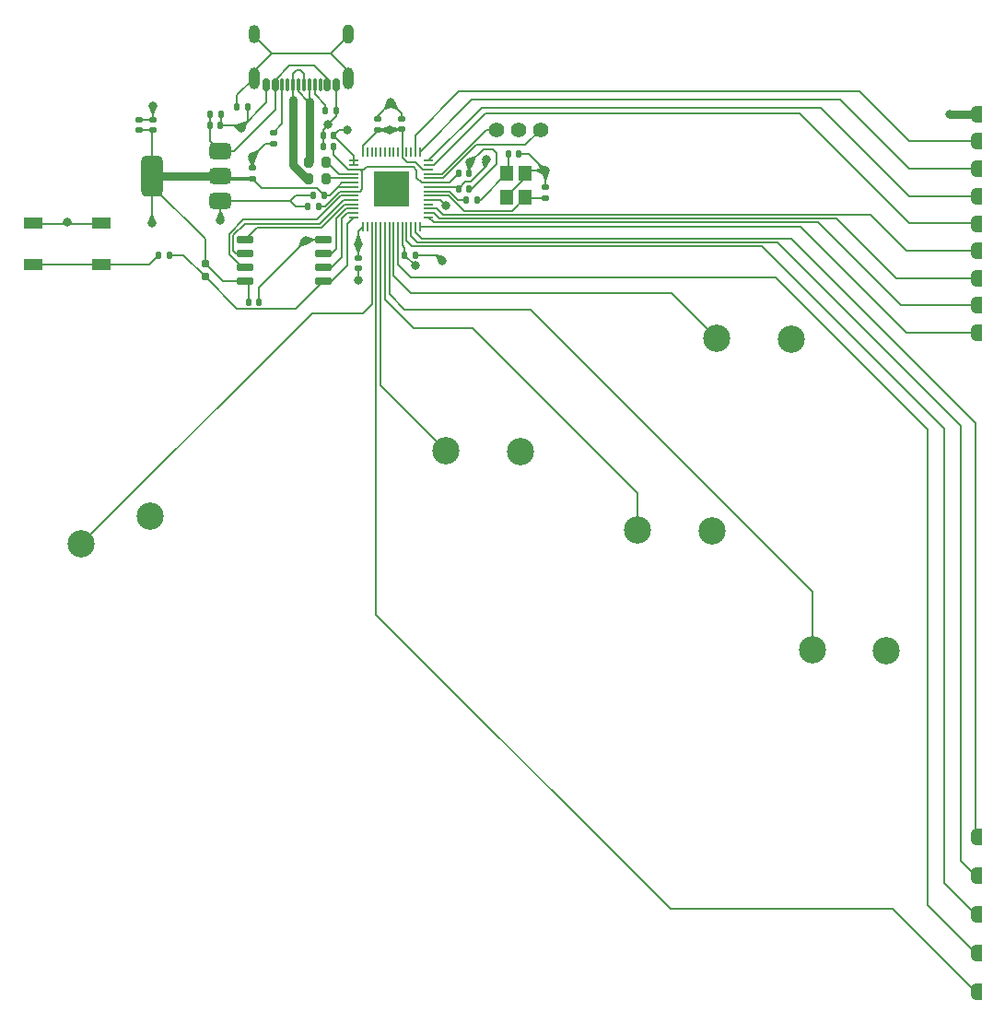
<source format=gbr>
%TF.GenerationSoftware,KiCad,Pcbnew,8.0.4*%
%TF.CreationDate,2024-07-23T18:00:38-07:00*%
%TF.ProjectId,2board_a,32626f61-7264-45f6-912e-6b696361645f,rev?*%
%TF.SameCoordinates,Original*%
%TF.FileFunction,Copper,L1,Top*%
%TF.FilePolarity,Positive*%
%FSLAX46Y46*%
G04 Gerber Fmt 4.6, Leading zero omitted, Abs format (unit mm)*
G04 Created by KiCad (PCBNEW 8.0.4) date 2024-07-23 18:00:38*
%MOMM*%
%LPD*%
G01*
G04 APERTURE LIST*
G04 Aperture macros list*
%AMRoundRect*
0 Rectangle with rounded corners*
0 $1 Rounding radius*
0 $2 $3 $4 $5 $6 $7 $8 $9 X,Y pos of 4 corners*
0 Add a 4 corners polygon primitive as box body*
4,1,4,$2,$3,$4,$5,$6,$7,$8,$9,$2,$3,0*
0 Add four circle primitives for the rounded corners*
1,1,$1+$1,$2,$3*
1,1,$1+$1,$4,$5*
1,1,$1+$1,$6,$7*
1,1,$1+$1,$8,$9*
0 Add four rect primitives between the rounded corners*
20,1,$1+$1,$2,$3,$4,$5,0*
20,1,$1+$1,$4,$5,$6,$7,0*
20,1,$1+$1,$6,$7,$8,$9,0*
20,1,$1+$1,$8,$9,$2,$3,0*%
%AMFreePoly0*
4,1,19,0.500000,-0.750000,0.000000,-0.750000,0.000000,-0.744911,-0.071157,-0.744911,-0.207708,-0.704816,-0.327430,-0.627875,-0.420627,-0.520320,-0.479746,-0.390866,-0.500000,-0.250000,-0.500000,0.250000,-0.479746,0.390866,-0.420627,0.520320,-0.327430,0.627875,-0.207708,0.704816,-0.071157,0.744911,0.000000,0.744911,0.000000,0.750000,0.500000,0.750000,0.500000,-0.750000,0.500000,-0.750000,
$1*%
G04 Aperture macros list end*
%TA.AperFunction,SMDPad,CuDef*%
%ADD10FreePoly0,0.000000*%
%TD*%
%TA.AperFunction,ComponentPad*%
%ADD11C,0.600000*%
%TD*%
%TA.AperFunction,SMDPad,CuDef*%
%ADD12RoundRect,0.140000X-0.170000X0.140000X-0.170000X-0.140000X0.170000X-0.140000X0.170000X0.140000X0*%
%TD*%
%TA.AperFunction,SMDPad,CuDef*%
%ADD13R,1.200000X1.400000*%
%TD*%
%TA.AperFunction,SMDPad,CuDef*%
%ADD14R,1.700000X1.000000*%
%TD*%
%TA.AperFunction,SMDPad,CuDef*%
%ADD15RoundRect,0.135000X-0.185000X0.135000X-0.185000X-0.135000X0.185000X-0.135000X0.185000X0.135000X0*%
%TD*%
%TA.AperFunction,SMDPad,CuDef*%
%ADD16RoundRect,0.140000X-0.140000X-0.170000X0.140000X-0.170000X0.140000X0.170000X-0.140000X0.170000X0*%
%TD*%
%TA.AperFunction,SMDPad,CuDef*%
%ADD17RoundRect,0.150000X0.650000X0.150000X-0.650000X0.150000X-0.650000X-0.150000X0.650000X-0.150000X0*%
%TD*%
%TA.AperFunction,SMDPad,CuDef*%
%ADD18RoundRect,0.140000X0.140000X0.170000X-0.140000X0.170000X-0.140000X-0.170000X0.140000X-0.170000X0*%
%TD*%
%TA.AperFunction,SMDPad,CuDef*%
%ADD19RoundRect,0.140000X0.170000X-0.140000X0.170000X0.140000X-0.170000X0.140000X-0.170000X-0.140000X0*%
%TD*%
%TA.AperFunction,ComponentPad*%
%ADD20C,2.500000*%
%TD*%
%TA.AperFunction,SMDPad,CuDef*%
%ADD21RoundRect,0.135000X-0.135000X-0.185000X0.135000X-0.185000X0.135000X0.185000X-0.135000X0.185000X0*%
%TD*%
%TA.AperFunction,SMDPad,CuDef*%
%ADD22RoundRect,0.150000X0.150000X0.420000X-0.150000X0.420000X-0.150000X-0.420000X0.150000X-0.420000X0*%
%TD*%
%TA.AperFunction,SMDPad,CuDef*%
%ADD23RoundRect,0.075000X0.075000X0.495000X-0.075000X0.495000X-0.075000X-0.495000X0.075000X-0.495000X0*%
%TD*%
%TA.AperFunction,ComponentPad*%
%ADD24O,1.000000X2.000000*%
%TD*%
%TA.AperFunction,ComponentPad*%
%ADD25O,1.000000X1.800000*%
%TD*%
%TA.AperFunction,ComponentPad*%
%ADD26O,1.000000X1.700000*%
%TD*%
%TA.AperFunction,SMDPad,CuDef*%
%ADD27RoundRect,0.135000X0.135000X0.185000X-0.135000X0.185000X-0.135000X-0.185000X0.135000X-0.185000X0*%
%TD*%
%TA.AperFunction,SMDPad,CuDef*%
%ADD28RoundRect,0.200000X-0.200000X-0.275000X0.200000X-0.275000X0.200000X0.275000X-0.200000X0.275000X0*%
%TD*%
%TA.AperFunction,SMDPad,CuDef*%
%ADD29RoundRect,0.160000X-0.160000X0.197500X-0.160000X-0.197500X0.160000X-0.197500X0.160000X0.197500X0*%
%TD*%
%TA.AperFunction,SMDPad,CuDef*%
%ADD30RoundRect,0.050000X0.050000X-0.387500X0.050000X0.387500X-0.050000X0.387500X-0.050000X-0.387500X0*%
%TD*%
%TA.AperFunction,SMDPad,CuDef*%
%ADD31RoundRect,0.050000X0.387500X-0.050000X0.387500X0.050000X-0.387500X0.050000X-0.387500X-0.050000X0*%
%TD*%
%TA.AperFunction,HeatsinkPad*%
%ADD32R,3.200000X3.200000*%
%TD*%
%TA.AperFunction,SMDPad,CuDef*%
%ADD33RoundRect,0.375000X0.625000X0.375000X-0.625000X0.375000X-0.625000X-0.375000X0.625000X-0.375000X0*%
%TD*%
%TA.AperFunction,SMDPad,CuDef*%
%ADD34RoundRect,0.500000X0.500000X1.400000X-0.500000X1.400000X-0.500000X-1.400000X0.500000X-1.400000X0*%
%TD*%
%TA.AperFunction,ComponentPad*%
%ADD35C,1.400000*%
%TD*%
%TA.AperFunction,ViaPad*%
%ADD36C,0.800000*%
%TD*%
%TA.AperFunction,Conductor*%
%ADD37C,0.200000*%
%TD*%
%TA.AperFunction,Conductor*%
%ADD38C,0.800000*%
%TD*%
%TA.AperFunction,Conductor*%
%ADD39C,0.150000*%
%TD*%
%TA.AperFunction,Conductor*%
%ADD40C,0.300000*%
%TD*%
G04 APERTURE END LIST*
D10*
%TO.P,JP11,1,A*%
%TO.N,/Main/R2*%
X195420000Y-99930000D03*
%TD*%
D11*
%TO.P,,57,GND*%
%TO.N,GND*%
X140700000Y-36840000D03*
%TD*%
D12*
%TO.P,C3,1*%
%TO.N,GND*%
X155852000Y-36728000D03*
%TO.P,C3,2*%
%TO.N,/Main/XIN*%
X155852000Y-37688000D03*
%TD*%
D10*
%TO.P,JP14,1,A*%
%TO.N,/Main/SPACE*%
X195420000Y-110580000D03*
%TD*%
D13*
%TO.P,Y1,1,1*%
%TO.N,/Main/XIN*%
X153996000Y-37630000D03*
%TO.P,Y1,2,2*%
%TO.N,GND*%
X153996000Y-35430000D03*
%TO.P,Y1,3,3*%
%TO.N,Net-(C4-Pad2)*%
X152296000Y-35430000D03*
%TO.P,Y1,4,4*%
%TO.N,GND*%
X152296000Y-37630000D03*
%TD*%
D14*
%TO.P,SW1,1,1*%
%TO.N,GND*%
X108755000Y-40030000D03*
X115055000Y-40030000D03*
%TO.P,SW1,2,2*%
%TO.N,Net-(R5-Pad1)*%
X108755000Y-43830000D03*
X115055000Y-43830000D03*
%TD*%
D12*
%TO.P,C12,1*%
%TO.N,+3.3V*%
X138630000Y-43200000D03*
%TO.P,C12,2*%
%TO.N,GND*%
X138630000Y-44160000D03*
%TD*%
D15*
%TO.P,R2,1*%
%TO.N,Net-(J1-CC2)*%
X130822000Y-31668000D03*
%TO.P,R2,2*%
%TO.N,GND*%
X130822000Y-32688000D03*
%TD*%
D11*
%TO.P,,57,GND*%
%TO.N,GND*%
X141716000Y-37856000D03*
%TD*%
D16*
%TO.P,C2,1*%
%TO.N,VBUS*%
X125020000Y-31000000D03*
%TO.P,C2,2*%
%TO.N,GND*%
X125980000Y-31000000D03*
%TD*%
%TO.P,C8,1*%
%TO.N,+1V1*%
X147840000Y-35430000D03*
%TO.P,C8,2*%
%TO.N,GND*%
X148800000Y-35430000D03*
%TD*%
D10*
%TO.P,JP2,1,A*%
%TO.N,/Main/S2*%
X195420000Y-32500000D03*
%TD*%
D11*
%TO.P,,57,GND*%
%TO.N,GND*%
X140700000Y-35824000D03*
%TD*%
D17*
%TO.P,U3,1,~{CS}*%
%TO.N,/Main/QSPI_SS*%
X135410000Y-45349000D03*
%TO.P,U3,2,DO(IO1)*%
%TO.N,/Main/QSPI_SD1*%
X135410000Y-44079000D03*
%TO.P,U3,3,IO2*%
%TO.N,/Main/QSPI_SD2*%
X135410000Y-42809000D03*
%TO.P,U3,4,GND*%
%TO.N,GND*%
X135410000Y-41539000D03*
%TO.P,U3,5,DI(IO0)*%
%TO.N,/Main/QSPI_SD0*%
X128210000Y-41539000D03*
%TO.P,U3,6,CLK*%
%TO.N,/Main/QSPI_SCLK*%
X128210000Y-42809000D03*
%TO.P,U3,7,IO3*%
%TO.N,/Main/QSPI_SD3*%
X128210000Y-44079000D03*
%TO.P,U3,8,VCC*%
%TO.N,+3.3V*%
X128210000Y-45349000D03*
%TD*%
D11*
%TO.P,,57,GND*%
%TO.N,GND*%
X142732000Y-36840000D03*
%TD*%
D10*
%TO.P,JP12,1,A*%
%TO.N,/Main/B2*%
X195420000Y-103480000D03*
%TD*%
D18*
%TO.P,C10,1*%
%TO.N,+3.3V*%
X135478750Y-37430000D03*
%TO.P,C10,2*%
%TO.N,GND*%
X134518750Y-37430000D03*
%TD*%
D19*
%TO.P,C11,1*%
%TO.N,+3.3V*%
X128880000Y-35910000D03*
%TO.P,C11,2*%
%TO.N,GND*%
X128880000Y-34950000D03*
%TD*%
D10*
%TO.P,JP3,1,A*%
%TO.N,/Main/S1*%
X195420000Y-35000000D03*
%TD*%
D20*
%TO.P,SW8_DP1,1,1*%
%TO.N,L2*%
X113190000Y-69451696D03*
%TO.P,SW8_DP1,2,2*%
%TO.N,GND*%
X119540000Y-66911696D03*
%TD*%
D11*
%TO.P,,57,GND*%
%TO.N,GND*%
X142732000Y-35824000D03*
%TD*%
D18*
%TO.P,C7,1*%
%TO.N,+3.3V*%
X136360000Y-31930000D03*
%TO.P,C7,2*%
%TO.N,GND*%
X135400000Y-31930000D03*
%TD*%
D20*
%TO.P,SW20_RIGHT1,1,1*%
%TO.N,RIGHT*%
X180355978Y-79195322D03*
%TO.P,SW20_RIGHT1,2,2*%
%TO.N,GND*%
X187194629Y-79278708D03*
%TD*%
D21*
%TO.P,R5,1*%
%TO.N,Net-(R5-Pad1)*%
X120251000Y-42936000D03*
%TO.P,R5,2*%
%TO.N,/Main/QSPI_SS*%
X121271000Y-42936000D03*
%TD*%
D16*
%TO.P,C14,1*%
%TO.N,+3.3V*%
X147840000Y-36840000D03*
%TO.P,C14,2*%
%TO.N,GND*%
X148800000Y-36840000D03*
%TD*%
D10*
%TO.P,JP8,1,A*%
%TO.N,/Main/B4*%
X195420000Y-47550000D03*
%TD*%
D21*
%TO.P,R1,1*%
%TO.N,Net-(J1-SHIELD)*%
X127490000Y-29347000D03*
%TO.P,R1,2*%
%TO.N,GND*%
X128510000Y-29347000D03*
%TD*%
D20*
%TO.P,SW19_LEFT1,1,1*%
%TO.N,LEFT*%
X146686902Y-60919565D03*
%TO.P,SW19_LEFT1,2,2*%
%TO.N,GND*%
X153525553Y-61002951D03*
%TD*%
D22*
%TO.P,J1,A1,GND*%
%TO.N,GND*%
X136580000Y-27315000D03*
%TO.P,J1,A4,VBUS*%
%TO.N,VBUS*%
X135780000Y-27315000D03*
D23*
%TO.P,J1,A5,CC1*%
%TO.N,Net-(J1-CC1)*%
X134630000Y-27315000D03*
%TO.P,J1,A6,D+*%
%TO.N,/Main/D+*%
X133630000Y-27315000D03*
%TO.P,J1,A7,D-*%
%TO.N,/Main/D-*%
X133130000Y-27315000D03*
%TO.P,J1,A8,SBU1*%
%TO.N,unconnected-(J1-SBU1-PadA8)*%
X132130000Y-27315000D03*
D22*
%TO.P,J1,A9,VBUS*%
%TO.N,VBUS*%
X130980000Y-27315000D03*
%TO.P,J1,A12,GND*%
%TO.N,GND*%
X130180000Y-27315000D03*
%TO.P,J1,B1,GND*%
X130180000Y-27315000D03*
%TO.P,J1,B4,VBUS*%
%TO.N,VBUS*%
X130980000Y-27315000D03*
D23*
%TO.P,J1,B5,CC2*%
%TO.N,Net-(J1-CC2)*%
X131630000Y-27315000D03*
%TO.P,J1,B6,D+*%
%TO.N,/Main/D+*%
X132630000Y-27315000D03*
%TO.P,J1,B7,D-*%
%TO.N,/Main/D-*%
X134130000Y-27315000D03*
%TO.P,J1,B8,SBU2*%
%TO.N,unconnected-(J1-SBU2-PadB8)*%
X135130000Y-27315000D03*
D22*
%TO.P,J1,B9,VBUS*%
%TO.N,VBUS*%
X135780000Y-27315000D03*
%TO.P,J1,B12,GND*%
%TO.N,GND*%
X136580000Y-27315000D03*
D24*
%TO.P,J1,S1,SHIELD*%
%TO.N,Net-(J1-SHIELD)*%
X137700000Y-26745000D03*
D25*
X137700000Y-22605000D03*
D24*
X129060000Y-26745000D03*
D26*
X129060000Y-22605000D03*
%TD*%
D11*
%TO.P,,57,GND*%
%TO.N,GND*%
X142732000Y-37856000D03*
%TD*%
%TO.P,,57,GND*%
%TO.N,GND*%
X141716000Y-35824000D03*
%TD*%
%TO.P,,57,GND*%
%TO.N,GND*%
X141716000Y-36840000D03*
%TD*%
D27*
%TO.P,R4,1*%
%TO.N,Net-(C4-Pad2)*%
X149590000Y-37856000D03*
%TO.P,R4,2*%
%TO.N,/Main/XOUT*%
X148570000Y-37856000D03*
%TD*%
D28*
%TO.P,R7,1*%
%TO.N,/Main/D-*%
X134055000Y-34430000D03*
%TO.P,R7,2*%
%TO.N,Net-(U1-USB_DM)*%
X135705000Y-34430000D03*
%TD*%
D10*
%TO.P,JP10,1,A*%
%TO.N,/Main/B3*%
X195420000Y-96380000D03*
%TD*%
D20*
%TO.P,SW18_DOWN1,1,1*%
%TO.N,DOWN*%
X164286807Y-68209684D03*
%TO.P,SW18_DOWN1,2,2*%
%TO.N,GND*%
X171125458Y-68293070D03*
%TD*%
D29*
%TO.P,R6,1*%
%TO.N,+3.3V*%
X124571000Y-43735500D03*
%TO.P,R6,2*%
%TO.N,/Main/QSPI_SS*%
X124571000Y-44930500D03*
%TD*%
D10*
%TO.P,JP4,1,A*%
%TO.N,/Main/A1*%
X195420000Y-37550000D03*
%TD*%
D28*
%TO.P,R8,1*%
%TO.N,/Main/D+*%
X134055000Y-35930000D03*
%TO.P,R8,2*%
%TO.N,Net-(U1-USB_DP)*%
X135705000Y-35930000D03*
%TD*%
D18*
%TO.P,C6,1*%
%TO.N,+1V1*%
X136360000Y-32930000D03*
%TO.P,C6,2*%
%TO.N,GND*%
X135400000Y-32930000D03*
%TD*%
D30*
%TO.P,U1,1,IOVDD*%
%TO.N,+3.3V*%
X139078000Y-40315500D03*
%TO.P,U1,2,GPIO0*%
%TO.N,unconnected-(U1-GPIO0-Pad2)*%
X139478000Y-40315500D03*
%TO.P,U1,3,GPIO1*%
%TO.N,L2*%
X139878000Y-40315500D03*
%TO.P,U1,4,GPIO2*%
%TO.N,/Main/SPACE*%
X140278000Y-40315500D03*
%TO.P,U1,5,GPIO3*%
%TO.N,LEFT*%
X140678000Y-40315500D03*
%TO.P,U1,6,GPIO4*%
%TO.N,DOWN*%
X141078000Y-40315500D03*
%TO.P,U1,7,GPIO5*%
%TO.N,RIGHT*%
X141478000Y-40315500D03*
%TO.P,U1,8,GPIO6*%
%TO.N,W*%
X141878000Y-40315500D03*
%TO.P,U1,9,GPIO7*%
%TO.N,/Main/B1*%
X142278000Y-40315500D03*
%TO.P,U1,10,IOVDD*%
%TO.N,+3.3V*%
X142678000Y-40315500D03*
%TO.P,U1,11,GPIO8*%
%TO.N,/Main/B2*%
X143078000Y-40315500D03*
%TO.P,U1,12,GPIO9*%
%TO.N,/Main/R2*%
X143478000Y-40315500D03*
%TO.P,U1,13,GPIO10*%
%TO.N,/Main/B3*%
X143878000Y-40315500D03*
%TO.P,U1,14,GPIO11*%
%TO.N,/Main/L3*%
X144278000Y-40315500D03*
D31*
%TO.P,U1,15,GPIO12*%
%TO.N,/Main/B4*%
X145115500Y-39478000D03*
%TO.P,U1,16,GPIO13*%
%TO.N,/Main/R1*%
X145115500Y-39078000D03*
%TO.P,U1,17,GPIO14*%
%TO.N,/Main/L1*%
X145115500Y-38678000D03*
%TO.P,U1,18,GPIO15*%
%TO.N,unconnected-(U1-GPIO15-Pad18)*%
X145115500Y-38278000D03*
%TO.P,U1,19,TESTEN*%
%TO.N,GND*%
X145115500Y-37878000D03*
%TO.P,U1,20,XIN*%
%TO.N,/Main/XIN*%
X145115500Y-37478000D03*
%TO.P,U1,21,XOUT*%
%TO.N,/Main/XOUT*%
X145115500Y-37078000D03*
%TO.P,U1,22,IOVDD*%
%TO.N,+3.3V*%
X145115500Y-36678000D03*
%TO.P,U1,23,DVDD*%
%TO.N,+1V1*%
X145115500Y-36278000D03*
%TO.P,U1,24,SWCLK*%
%TO.N,/Main/SWCLK*%
X145115500Y-35878000D03*
%TO.P,U1,25,SWD*%
%TO.N,/Main/SWDIO*%
X145115500Y-35478000D03*
%TO.P,U1,26,RUN*%
%TO.N,+3.3V*%
X145115500Y-35078000D03*
%TO.P,U1,27,GPIO16*%
%TO.N,/Main/A2*%
X145115500Y-34678000D03*
%TO.P,U1,28,GPIO17*%
%TO.N,/Main/A1*%
X145115500Y-34278000D03*
D30*
%TO.P,U1,29,GPIO18*%
%TO.N,/Main/S1*%
X144278000Y-33440500D03*
%TO.P,U1,30,GPIO19*%
%TO.N,/Main/S2*%
X143878000Y-33440500D03*
%TO.P,U1,31,GPIO20*%
%TO.N,unconnected-(U1-GPIO20-Pad31)*%
X143478000Y-33440500D03*
%TO.P,U1,32,GPIO21*%
%TO.N,unconnected-(U1-GPIO21-Pad32)*%
X143078000Y-33440500D03*
%TO.P,U1,33,IOVDD*%
%TO.N,+3.3V*%
X142678000Y-33440500D03*
%TO.P,U1,34,GPIO22*%
%TO.N,unconnected-(U1-GPIO22-Pad34)*%
X142278000Y-33440500D03*
%TO.P,U1,35,GPIO23*%
%TO.N,unconnected-(U1-GPIO23-Pad35)*%
X141878000Y-33440500D03*
%TO.P,U1,36,GPIO24*%
%TO.N,unconnected-(U1-GPIO24-Pad36)*%
X141478000Y-33440500D03*
%TO.P,U1,37,GPIO25*%
%TO.N,unconnected-(U1-GPIO25-Pad37)*%
X141078000Y-33440500D03*
%TO.P,U1,38,GPIO26_ADC0*%
%TO.N,unconnected-(U1-GPIO26_ADC0-Pad38)*%
X140678000Y-33440500D03*
%TO.P,U1,39,GPIO27_ADC1*%
%TO.N,unconnected-(U1-GPIO27_ADC1-Pad39)*%
X140278000Y-33440500D03*
%TO.P,U1,40,GPIO28_ADC2*%
%TO.N,unconnected-(U1-GPIO28_ADC2-Pad40)*%
X139878000Y-33440500D03*
%TO.P,U1,41,GPIO29_ADC3*%
%TO.N,unconnected-(U1-GPIO29_ADC3-Pad41)*%
X139478000Y-33440500D03*
%TO.P,U1,42,IOVDD*%
%TO.N,+3.3V*%
X139078000Y-33440500D03*
D31*
%TO.P,U1,43,ADC_AVDD*%
X138240500Y-34278000D03*
%TO.P,U1,44,VREG_IN*%
X138240500Y-34678000D03*
%TO.P,U1,45,VREG_VOUT*%
%TO.N,+1V1*%
X138240500Y-35078000D03*
%TO.P,U1,46,USB_DM*%
%TO.N,Net-(U1-USB_DM)*%
X138240500Y-35478000D03*
%TO.P,U1,47,USB_DP*%
%TO.N,Net-(U1-USB_DP)*%
X138240500Y-35878000D03*
%TO.P,U1,48,USB_VDD*%
%TO.N,+3.3V*%
X138240500Y-36278000D03*
%TO.P,U1,49,IOVDD*%
X138240500Y-36678000D03*
%TO.P,U1,50,DVDD*%
%TO.N,+1V1*%
X138240500Y-37078000D03*
%TO.P,U1,51,QSPI_SD3*%
%TO.N,/Main/QSPI_SD3*%
X138240500Y-37478000D03*
%TO.P,U1,52,QSPI_SCLK*%
%TO.N,/Main/QSPI_SCLK*%
X138240500Y-37878000D03*
%TO.P,U1,53,QSPI_SD0*%
%TO.N,/Main/QSPI_SD0*%
X138240500Y-38278000D03*
%TO.P,U1,54,QSPI_SD2*%
%TO.N,/Main/QSPI_SD2*%
X138240500Y-38678000D03*
%TO.P,U1,55,QSPI_SD1*%
%TO.N,/Main/QSPI_SD1*%
X138240500Y-39078000D03*
%TO.P,U1,56,QSPI_SS*%
%TO.N,/Main/QSPI_SS*%
X138240500Y-39478000D03*
D32*
%TO.P,U1,57,GND*%
%TO.N,GND*%
X141678000Y-36878000D03*
%TD*%
D19*
%TO.P,C18,1*%
%TO.N,+3.3V*%
X118500000Y-31480000D03*
%TO.P,C18,2*%
%TO.N,GND*%
X118500000Y-30520000D03*
%TD*%
D33*
%TO.P,U2,1,GND*%
%TO.N,GND*%
X125972000Y-37978000D03*
%TO.P,U2,2,VO*%
%TO.N,+3.3V*%
X125972000Y-35678000D03*
D34*
X119672000Y-35678000D03*
D33*
%TO.P,U2,3,VI*%
%TO.N,VBUS*%
X125972000Y-33378000D03*
%TD*%
D10*
%TO.P,JP6,1,A*%
%TO.N,/Main/L1*%
X195420000Y-42550000D03*
%TD*%
D35*
%TO.P,J2,1,Pin_1*%
%TO.N,/Main/SWCLK*%
X155380000Y-31430000D03*
%TO.P,J2,2,Pin_2*%
%TO.N,GND*%
X153380000Y-31430000D03*
%TO.P,J2,3,Pin_3*%
%TO.N,/Main/SWDIO*%
X151380000Y-31430000D03*
%TD*%
D16*
%TO.P,C1,1*%
%TO.N,VBUS*%
X125040000Y-30000000D03*
%TO.P,C1,2*%
%TO.N,GND*%
X126000000Y-30000000D03*
%TD*%
D10*
%TO.P,JP1,1,A*%
%TO.N,GND*%
X195420000Y-30000000D03*
%TD*%
D18*
%TO.P,C9,1*%
%TO.N,+1V1*%
X134978750Y-38430000D03*
%TO.P,C9,2*%
%TO.N,GND*%
X134018750Y-38430000D03*
%TD*%
D20*
%TO.P,SW17_W1,1,1*%
%TO.N,W*%
X171576926Y-50609779D03*
%TO.P,SW17_W1,2,2*%
%TO.N,GND*%
X178415577Y-50693165D03*
%TD*%
D16*
%TO.P,C5,1*%
%TO.N,+3.3V*%
X128536000Y-47254000D03*
%TO.P,C5,2*%
%TO.N,GND*%
X129496000Y-47254000D03*
%TD*%
D18*
%TO.P,C4,1*%
%TO.N,GND*%
X153360000Y-33680000D03*
%TO.P,C4,2*%
%TO.N,Net-(C4-Pad2)*%
X152400000Y-33680000D03*
%TD*%
D11*
%TO.P,,57,GND*%
%TO.N,GND*%
X140700000Y-37856000D03*
%TD*%
D10*
%TO.P,JP9,1,A*%
%TO.N,/Main/L3*%
X195420000Y-50050000D03*
%TD*%
D19*
%TO.P,C16,1*%
%TO.N,+3.3V*%
X140380000Y-31410000D03*
%TO.P,C16,2*%
%TO.N,GND*%
X140380000Y-30450000D03*
%TD*%
D10*
%TO.P,JP5,1,A*%
%TO.N,/Main/A2*%
X195420000Y-40050000D03*
%TD*%
D19*
%TO.P,C15,1*%
%TO.N,+3.3V*%
X142630000Y-31390000D03*
%TO.P,C15,2*%
%TO.N,GND*%
X142630000Y-30430000D03*
%TD*%
D10*
%TO.P,JP7,1,A*%
%TO.N,/Main/R1*%
X195420000Y-45050000D03*
%TD*%
%TO.P,JP13,1,A*%
%TO.N,/Main/B1*%
X195420000Y-107030000D03*
%TD*%
D21*
%TO.P,R3,1*%
%TO.N,Net-(J1-CC1)*%
X135620000Y-29680000D03*
%TO.P,R3,2*%
%TO.N,GND*%
X136640000Y-29680000D03*
%TD*%
D16*
%TO.P,C13,1*%
%TO.N,+3.3V*%
X142900000Y-42930000D03*
%TO.P,C13,2*%
%TO.N,GND*%
X143860000Y-42930000D03*
%TD*%
D19*
%TO.P,C17,1*%
%TO.N,+3.3V*%
X119745000Y-31478000D03*
%TO.P,C17,2*%
%TO.N,GND*%
X119745000Y-30518000D03*
%TD*%
D36*
%TO.N,GND*%
X148880000Y-34430000D03*
X155813000Y-35189000D03*
X141630000Y-28930000D03*
X135880000Y-30930000D03*
X193000000Y-30000000D03*
X111880000Y-39930000D03*
X119745000Y-29220000D03*
X133778500Y-41602500D03*
X125968000Y-39761000D03*
X128880000Y-33930000D03*
X127873000Y-31252000D03*
X146380000Y-43430000D03*
X138668000Y-45222000D03*
X146669000Y-38364000D03*
%TO.N,+3.3V*%
X143880000Y-43930000D03*
X150380000Y-34180000D03*
X119672000Y-40015000D03*
X137630000Y-31430000D03*
X141480000Y-31430000D03*
X138630000Y-41930000D03*
%TD*%
D37*
%TO.N,VBUS*%
X125040000Y-30000000D02*
X125040000Y-30980000D01*
X130980000Y-26862590D02*
X130980000Y-27315000D01*
X134564999Y-25530000D02*
X132312590Y-25530000D01*
X125020000Y-31000000D02*
X125020000Y-32426000D01*
X126302000Y-33048000D02*
X125972000Y-33378000D01*
X127172000Y-33378000D02*
X130980000Y-29570000D01*
X125972000Y-33378000D02*
X127172000Y-33378000D01*
X135780000Y-27315000D02*
X135780000Y-26745001D01*
X130980000Y-29570000D02*
X130980000Y-27400000D01*
X135780000Y-26745001D02*
X134564999Y-25530000D01*
X125040000Y-30980000D02*
X125020000Y-31000000D01*
X125020000Y-32426000D02*
X125972000Y-33378000D01*
X132312590Y-25530000D02*
X130980000Y-26862590D01*
%TO.N,GND*%
X128510000Y-30615000D02*
X127873000Y-31252000D01*
X142630000Y-29930000D02*
X141630000Y-28930000D01*
X125980000Y-31000000D02*
X127621000Y-31000000D01*
X127873000Y-31252000D02*
X130180000Y-28945000D01*
X143860000Y-42930000D02*
X145880000Y-42930000D01*
X152296000Y-37530000D02*
X153996000Y-35830000D01*
X132380000Y-37930000D02*
X126020000Y-37930000D01*
X133842000Y-41539000D02*
X135410000Y-41539000D01*
X135400000Y-31930000D02*
X135400000Y-31410000D01*
X145115500Y-37878000D02*
X146183000Y-37878000D01*
X132880000Y-37430000D02*
X132380000Y-37930000D01*
X132880000Y-38430000D02*
X132380000Y-37930000D01*
X130122000Y-32688000D02*
X130822000Y-32688000D01*
X119905000Y-30678000D02*
X119745000Y-30518000D01*
X153996000Y-35830000D02*
X153996000Y-35430000D01*
X133778500Y-41602500D02*
X133842000Y-41539000D01*
D38*
X141716000Y-36840000D02*
X141640000Y-36840000D01*
D37*
X136640000Y-30170000D02*
X135880000Y-30930000D01*
X151380000Y-34539999D02*
X151380000Y-33560025D01*
X128880000Y-33930000D02*
X128880000Y-34950000D01*
X129496000Y-45885000D02*
X129496000Y-47254000D01*
X151007975Y-33188000D02*
X150122000Y-33188000D01*
X133778500Y-41602500D02*
X129496000Y-45885000D01*
X138668000Y-45222000D02*
X138668000Y-44198000D01*
D39*
X111755000Y-40055000D02*
X111880000Y-39930000D01*
D37*
X148800000Y-35430000D02*
X148800000Y-34510000D01*
D38*
X141640000Y-36840000D02*
X141678000Y-36878000D01*
D37*
X119745000Y-29220000D02*
X119745000Y-30518000D01*
X125968000Y-39761000D02*
X125968000Y-37982000D01*
X134018750Y-38430000D02*
X132880000Y-38430000D01*
X136580000Y-29370000D02*
X136640000Y-29430000D01*
D38*
X141716000Y-36916000D02*
X141716000Y-36840000D01*
D37*
X141630000Y-28930000D02*
X140380000Y-30180000D01*
X138668000Y-44198000D02*
X138630000Y-44160000D01*
X130180000Y-28945000D02*
X130180000Y-27400000D01*
X140380000Y-30180000D02*
X140380000Y-30450000D01*
X148800000Y-34510000D02*
X148880000Y-34430000D01*
X155813000Y-35189000D02*
X154237000Y-35189000D01*
D39*
X112005000Y-40055000D02*
X114905000Y-40055000D01*
D37*
X155813000Y-35189000D02*
X154304000Y-33680000D01*
D39*
X111880000Y-39930000D02*
X112005000Y-40055000D01*
D37*
X155852000Y-36728000D02*
X155852000Y-35228000D01*
X128880000Y-33930000D02*
X130122000Y-32688000D01*
X128510000Y-29347000D02*
X128510000Y-30615000D01*
X134518750Y-37430000D02*
X132880000Y-37430000D01*
X146183000Y-37878000D02*
X146669000Y-38364000D01*
X151380000Y-33560025D02*
X151007975Y-33188000D01*
X126020000Y-37930000D02*
X125972000Y-37978000D01*
X136580000Y-27400000D02*
X136580000Y-29370000D01*
X152296000Y-37630000D02*
X152296000Y-37730000D01*
X142630000Y-30430000D02*
X142630000Y-29930000D01*
X150122000Y-33188000D02*
X148880000Y-34430000D01*
X152296000Y-37630000D02*
X152296000Y-37530000D01*
X119743000Y-30520000D02*
X119745000Y-30518000D01*
D38*
X193000000Y-30000000D02*
X195350000Y-30000000D01*
D37*
X118500000Y-30520000D02*
X119743000Y-30520000D01*
X148800000Y-36840000D02*
X149079999Y-36840000D01*
X126000000Y-30980000D02*
X125980000Y-31000000D01*
X135400000Y-32930000D02*
X135400000Y-31930000D01*
X155852000Y-35228000D02*
X155813000Y-35189000D01*
X136640000Y-29680000D02*
X136640000Y-30170000D01*
X154237000Y-35189000D02*
X153996000Y-35430000D01*
D39*
X108905000Y-40055000D02*
X111755000Y-40055000D01*
D37*
X145880000Y-42930000D02*
X146380000Y-43430000D01*
X127621000Y-31000000D02*
X127873000Y-31252000D01*
X125968000Y-37982000D02*
X125972000Y-37978000D01*
X135400000Y-31410000D02*
X135880000Y-30930000D01*
X149079999Y-36840000D02*
X151380000Y-34539999D01*
X154304000Y-33680000D02*
X153360000Y-33680000D01*
X126000000Y-30000000D02*
X126000000Y-30980000D01*
%TO.N,+3.3V*%
X138240500Y-36278000D02*
X137140000Y-36278000D01*
X119672000Y-36578000D02*
X119672000Y-35678000D01*
X136860000Y-31430000D02*
X136360000Y-31930000D01*
X142900000Y-42248000D02*
X142678000Y-42026000D01*
X119672000Y-35678000D02*
X119672000Y-31551000D01*
X141480000Y-31430000D02*
X140360000Y-31430000D01*
X134868750Y-36820000D02*
X129790000Y-36820000D01*
X118500000Y-31480000D02*
X119743000Y-31480000D01*
X142900000Y-42930000D02*
X142900000Y-42248000D01*
X137140000Y-36278000D02*
X136740000Y-36678000D01*
X129790000Y-36820000D02*
X128880000Y-35910000D01*
X126184500Y-45349000D02*
X128210000Y-45349000D01*
X119672000Y-40015000D02*
X119672000Y-35678000D01*
D40*
X126204000Y-35910000D02*
X125972000Y-35678000D01*
D37*
X139078000Y-32906640D02*
X139078000Y-33440500D01*
X137630000Y-31430000D02*
X136860000Y-31430000D01*
X140360000Y-31430000D02*
X140360000Y-31624640D01*
D38*
X119672000Y-35678000D02*
X125972000Y-35678000D01*
D37*
X142678000Y-33440500D02*
X142678000Y-33974360D01*
X124571000Y-43735500D02*
X126184500Y-45349000D01*
X135478750Y-37430000D02*
X134868750Y-36820000D01*
X143911640Y-34408000D02*
X144581640Y-35078000D01*
X143880000Y-43910000D02*
X142900000Y-42930000D01*
X138240500Y-33810500D02*
X136360000Y-31930000D01*
X148500000Y-36180000D02*
X147840000Y-36840000D01*
X147678000Y-36678000D02*
X145115500Y-36678000D01*
X119743000Y-31480000D02*
X119745000Y-31478000D01*
X144581640Y-35078000D02*
X145115500Y-35078000D01*
X143111640Y-34408000D02*
X143911640Y-34408000D01*
D40*
X128880000Y-35910000D02*
X126204000Y-35910000D01*
D37*
X124571000Y-41477000D02*
X119672000Y-36578000D01*
X135988000Y-37430000D02*
X135478750Y-37430000D01*
X138630000Y-41930000D02*
X138630000Y-40763500D01*
X138240500Y-34678000D02*
X138240500Y-34278000D01*
X141520000Y-31390000D02*
X142630000Y-31390000D01*
X135988000Y-37430000D02*
X136740000Y-36678000D01*
X150380000Y-34786134D02*
X148986134Y-36180000D01*
X138630000Y-41930000D02*
X138630000Y-42968000D01*
X143880000Y-43930000D02*
X143880000Y-43910000D01*
X141480000Y-31430000D02*
X141520000Y-31390000D01*
X136740000Y-36678000D02*
X138240500Y-36678000D01*
X138240500Y-34678000D02*
X138240500Y-33810500D01*
X147840000Y-36840000D02*
X147678000Y-36678000D01*
X142630000Y-31390000D02*
X142678000Y-31438000D01*
X138630000Y-42968000D02*
X138862000Y-43200000D01*
X119564000Y-35570000D02*
X119672000Y-35678000D01*
X124571000Y-43735500D02*
X124571000Y-41477000D01*
X128210000Y-45349000D02*
X128536000Y-45675000D01*
X148986134Y-36180000D02*
X148500000Y-36180000D01*
X142678000Y-31438000D02*
X142678000Y-33440500D01*
X119672000Y-31551000D02*
X119745000Y-31478000D01*
X142678000Y-33974360D02*
X143111640Y-34408000D01*
X138630000Y-40763500D02*
X139078000Y-40315500D01*
X142678000Y-42026000D02*
X142678000Y-40315500D01*
X128536000Y-45675000D02*
X128536000Y-47254000D01*
X140360000Y-31624640D02*
X139078000Y-32906640D01*
X150380000Y-34180000D02*
X150380000Y-34786134D01*
X126330000Y-35678000D02*
X125972000Y-35678000D01*
X126090000Y-35796000D02*
X125972000Y-35678000D01*
D39*
%TO.N,Net-(C4-Pad2)*%
X152296000Y-35430000D02*
X149870000Y-37856000D01*
X152400000Y-35326000D02*
X152296000Y-35430000D01*
X152400000Y-33930000D02*
X152400000Y-35326000D01*
X149870000Y-37856000D02*
X149590000Y-37856000D01*
D37*
%TO.N,Net-(J1-SHIELD)*%
X137700000Y-26280000D02*
X137700000Y-26030000D01*
X137700000Y-22830000D02*
X136100000Y-24430000D01*
X127490000Y-29347000D02*
X127490000Y-28265000D01*
X129060000Y-26030000D02*
X129060000Y-26280000D01*
X136100000Y-24430000D02*
X130660000Y-24430000D01*
X130660000Y-24430000D02*
X129060000Y-26030000D01*
X127490000Y-28265000D02*
X129060000Y-26695000D01*
X137700000Y-22100000D02*
X137700000Y-22830000D01*
X137700000Y-26030000D02*
X136100000Y-24430000D01*
X129060000Y-22100000D02*
X129060000Y-22830000D01*
X129060000Y-22830000D02*
X130660000Y-24430000D01*
%TO.N,Net-(J1-CC2)*%
X131630000Y-30860000D02*
X131630000Y-27400000D01*
X130822000Y-31668000D02*
X131630000Y-30860000D01*
D39*
%TO.N,Net-(J1-CC1)*%
X135620000Y-29680000D02*
X135620000Y-29170000D01*
X135620000Y-29170000D02*
X134630000Y-28180000D01*
X134630000Y-28180000D02*
X134630000Y-27400000D01*
D37*
%TO.N,+1V1*%
X138978000Y-35281640D02*
X138978000Y-36874360D01*
X135553686Y-38430000D02*
X136905686Y-37078000D01*
X144002000Y-35128000D02*
X144002000Y-35820360D01*
X146992000Y-36278000D02*
X147840000Y-35430000D01*
X138774360Y-37078000D02*
X138240500Y-37078000D01*
X138240500Y-35078000D02*
X138774360Y-35078000D01*
X137706640Y-35078000D02*
X136360000Y-33731360D01*
X145115500Y-36278000D02*
X146992000Y-36278000D01*
X136360000Y-33731360D02*
X136360000Y-32930000D01*
X138240500Y-35078000D02*
X139160000Y-35078000D01*
X139160000Y-35078000D02*
X139430000Y-34808000D01*
X135553686Y-38430000D02*
X134978750Y-38430000D01*
X144459640Y-36278000D02*
X145115500Y-36278000D01*
X144002000Y-35820360D02*
X144459640Y-36278000D01*
X136905686Y-37078000D02*
X138240500Y-37078000D01*
X143682000Y-34808000D02*
X144002000Y-35128000D01*
X139430000Y-34808000D02*
X143682000Y-34808000D01*
X138774360Y-35078000D02*
X138978000Y-35281640D01*
X138240500Y-35078000D02*
X137706640Y-35078000D01*
X138978000Y-36874360D02*
X138774360Y-37078000D01*
D39*
%TO.N,Net-(R5-Pad1)*%
X114905000Y-43805000D02*
X119382000Y-43805000D01*
X114905000Y-43805000D02*
X108905000Y-43805000D01*
X119382000Y-43805000D02*
X120251000Y-42936000D01*
X120245000Y-42930000D02*
X120251000Y-42936000D01*
D37*
%TO.N,Net-(U1-USB_DM)*%
X136840500Y-35478000D02*
X135792500Y-34430000D01*
X138240500Y-35478000D02*
X136840500Y-35478000D01*
X135792500Y-34430000D02*
X135705000Y-34430000D01*
%TO.N,Net-(U1-USB_DP)*%
X135757000Y-35878000D02*
X135705000Y-35930000D01*
X138240500Y-35878000D02*
X135757000Y-35878000D01*
D39*
%TO.N,/Main/XIN*%
X154238000Y-37688000D02*
X155852000Y-37688000D01*
X154180000Y-37630000D02*
X154238000Y-37688000D01*
X153996000Y-37630000D02*
X154180000Y-37630000D01*
X152746000Y-38880000D02*
X148339026Y-38880000D01*
X146937026Y-37478000D02*
X145115500Y-37478000D01*
X153996000Y-37630000D02*
X152746000Y-38880000D01*
X148339026Y-38880000D02*
X146937026Y-37478000D01*
%TO.N,/Main/XOUT*%
X147032000Y-37078000D02*
X145115500Y-37078000D01*
X147810000Y-37856000D02*
X147032000Y-37078000D01*
X148570000Y-37856000D02*
X147810000Y-37856000D01*
%TO.N,/Main/QSPI_SS*%
X135410000Y-45349000D02*
X136209999Y-45349000D01*
X137652000Y-40066500D02*
X138240500Y-39478000D01*
X127479500Y-47839000D02*
X132920000Y-47839000D01*
X132920000Y-47839000D02*
X135410000Y-45349000D01*
X122576500Y-42936000D02*
X124571000Y-44930500D01*
X137652000Y-43906999D02*
X137652000Y-40066500D01*
X136209999Y-45349000D02*
X137652000Y-43906999D01*
X124571000Y-44930500D02*
X127479500Y-47839000D01*
X121271000Y-42936000D02*
X122576500Y-42936000D01*
D37*
%TO.N,/Main/D-*%
X133994470Y-28781880D02*
X133130000Y-27917410D01*
D38*
X134130000Y-34355000D02*
X134130000Y-28781880D01*
D37*
X134130000Y-26880000D02*
X134130000Y-28781880D01*
X133130000Y-27781880D02*
X133130000Y-26880000D01*
X134130000Y-28781880D02*
X133994470Y-28781880D01*
X133130000Y-27917410D02*
X133130000Y-27315000D01*
D38*
X134055000Y-34430000D02*
X134130000Y-34355000D01*
%TO.N,/Main/D+*%
X133880000Y-35930000D02*
X132630000Y-34680000D01*
D37*
X133630000Y-26252590D02*
X133307410Y-25930000D01*
X133307410Y-25930000D02*
X132952590Y-25930000D01*
D38*
X132630000Y-34680000D02*
X132630000Y-28680000D01*
D37*
X132630000Y-26252590D02*
X132630000Y-28680000D01*
X133630000Y-26880000D02*
X133630000Y-26252590D01*
D38*
X134055000Y-35930000D02*
X133880000Y-35930000D01*
D37*
X132952590Y-25930000D02*
X132630000Y-26252590D01*
D39*
%TO.N,/Main/SWCLK*%
X146432000Y-35878000D02*
X145115500Y-35878000D01*
X155380000Y-31430000D02*
X153997000Y-32813000D01*
X153997000Y-32813000D02*
X149497000Y-32813000D01*
X149497000Y-32813000D02*
X146432000Y-35878000D01*
%TO.N,/Main/SWDIO*%
X145115500Y-35478000D02*
X146337026Y-35478000D01*
X146337026Y-35478000D02*
X150385026Y-31430000D01*
X150385026Y-31430000D02*
X151380000Y-31430000D01*
%TO.N,/Main/QSPI_SD3*%
X128065000Y-39696000D02*
X126785000Y-40976000D01*
X138240500Y-37478000D02*
X137036016Y-37478000D01*
X126785000Y-42864000D02*
X128000000Y-44079000D01*
X126785000Y-40976000D02*
X126785000Y-42864000D01*
X134818016Y-39696000D02*
X128065000Y-39696000D01*
X137036016Y-37478000D02*
X134818016Y-39696000D01*
X128000000Y-44079000D02*
X128210000Y-44079000D01*
%TO.N,/Main/QSPI_SCLK*%
X127410001Y-42809000D02*
X128210000Y-42809000D01*
X137243042Y-37878000D02*
X135075042Y-40046000D01*
X127135000Y-42533999D02*
X127410001Y-42809000D01*
X127135000Y-41134000D02*
X127135000Y-42533999D01*
X138240500Y-37878000D02*
X137243042Y-37878000D01*
X128223000Y-40046000D02*
X127135000Y-41134000D01*
X135075042Y-40046000D02*
X128223000Y-40046000D01*
%TO.N,/Main/QSPI_SD0*%
X129353000Y-40396000D02*
X135220016Y-40396000D01*
X135220016Y-40396000D02*
X137338016Y-38278000D01*
X128210000Y-41539000D02*
X129353000Y-40396000D01*
X137338016Y-38278000D02*
X138240500Y-38278000D01*
%TO.N,/Main/QSPI_SD2*%
X135410000Y-42809000D02*
X136209999Y-42809000D01*
X136630000Y-42388999D02*
X136630000Y-39582000D01*
X136209999Y-42809000D02*
X136630000Y-42388999D01*
X137534000Y-38678000D02*
X138240500Y-38678000D01*
X136630000Y-39582000D02*
X137534000Y-38678000D01*
%TO.N,/Main/QSPI_SD1*%
X137144000Y-39562974D02*
X137628974Y-39078000D01*
X137628974Y-39078000D02*
X138240500Y-39078000D01*
X136209999Y-44079000D02*
X137144000Y-43144999D01*
X135410000Y-44079000D02*
X136209999Y-44079000D01*
X137144000Y-43144999D02*
X137144000Y-39562974D01*
%TO.N,/Main/S2*%
X189250000Y-32500000D02*
X195350000Y-32500000D01*
X143878000Y-33440500D02*
X143878000Y-31932000D01*
X147880000Y-27930000D02*
X184680000Y-27930000D01*
X143878000Y-31932000D02*
X147880000Y-27930000D01*
X184680000Y-27930000D02*
X189250000Y-32500000D01*
%TO.N,/Main/S1*%
X144278000Y-33440500D02*
X149038500Y-28680000D01*
X189250000Y-35000000D02*
X195350000Y-35000000D01*
X182930000Y-28680000D02*
X189250000Y-35000000D01*
X149038500Y-28680000D02*
X182930000Y-28680000D01*
%TO.N,/Main/A1*%
X181130000Y-29380000D02*
X189250000Y-37500000D01*
X150013500Y-29380000D02*
X181130000Y-29380000D01*
X189250000Y-37500000D02*
X195300000Y-37500000D01*
X145115500Y-34278000D02*
X150013500Y-29380000D01*
X195300000Y-37500000D02*
X195350000Y-37550000D01*
%TO.N,/Main/A2*%
X195300000Y-40000000D02*
X195350000Y-40050000D01*
X150362006Y-29930000D02*
X179180000Y-29930000D01*
X145115500Y-34678000D02*
X145614006Y-34678000D01*
X179180000Y-29930000D02*
X189250000Y-40000000D01*
X145614006Y-34678000D02*
X150362006Y-29930000D01*
X189250000Y-40000000D02*
X195300000Y-40000000D01*
%TO.N,/Main/L1*%
X185730000Y-39230000D02*
X146392000Y-39230000D01*
X189000000Y-42500000D02*
X185730000Y-39230000D01*
X146392000Y-39230000D02*
X145840000Y-38678000D01*
X145840000Y-38678000D02*
X145115500Y-38678000D01*
X195300000Y-42500000D02*
X189000000Y-42500000D01*
X195350000Y-42550000D02*
X195300000Y-42500000D01*
%TO.N,/Main/R1*%
X188050000Y-45050000D02*
X182580000Y-39580000D01*
X195350000Y-45050000D02*
X188050000Y-45050000D01*
X182580000Y-39580000D02*
X146116006Y-39580000D01*
X146116006Y-39580000D02*
X145614006Y-39078000D01*
X145614006Y-39078000D02*
X145115500Y-39078000D01*
%TO.N,/Main/B4*%
X145567500Y-39930000D02*
X145115500Y-39478000D01*
X195350000Y-47550000D02*
X188500000Y-47550000D01*
X188500000Y-47550000D02*
X180880000Y-39930000D01*
X180880000Y-39930000D02*
X145567500Y-39930000D01*
%TO.N,/Main/L3*%
X189050000Y-50050000D02*
X179315500Y-40315500D01*
X195350000Y-50050000D02*
X189050000Y-50050000D01*
X179315500Y-40315500D02*
X144278000Y-40315500D01*
%TO.N,/Main/B3*%
X195350000Y-58350000D02*
X178430000Y-41430000D01*
X195350000Y-96380000D02*
X195350000Y-58350000D01*
X178430000Y-41430000D02*
X144493994Y-41430000D01*
X143878000Y-40814006D02*
X143878000Y-40315500D01*
X144493994Y-41430000D02*
X143878000Y-40814006D01*
%TO.N,/Main/R2*%
X194000000Y-98580000D02*
X194000000Y-58650000D01*
X195350000Y-99930000D02*
X194000000Y-98580000D01*
X143478000Y-41171003D02*
X143478000Y-40315500D01*
X177130000Y-41780000D02*
X144086997Y-41780000D01*
X194000000Y-58650000D02*
X177130000Y-41780000D01*
X144086997Y-41780000D02*
X143478000Y-41171003D01*
%TO.N,/Main/B2*%
X195350000Y-103480000D02*
X192500000Y-100630000D01*
X175730000Y-42130000D02*
X143580000Y-42130000D01*
X192500000Y-58900000D02*
X175730000Y-42130000D01*
X143078000Y-41628000D02*
X143078000Y-40315500D01*
X192500000Y-100630000D02*
X192500000Y-58900000D01*
X143580000Y-42130000D02*
X143078000Y-41628000D01*
%TO.N,/Main/B1*%
X195350000Y-107030000D02*
X191000000Y-102680000D01*
X142278000Y-43828000D02*
X142278000Y-40315500D01*
X143450000Y-45000000D02*
X142278000Y-43828000D01*
X191000000Y-102680000D02*
X191000000Y-59000000D01*
X191000000Y-59000000D02*
X177000000Y-45000000D01*
X177000000Y-45000000D02*
X143450000Y-45000000D01*
%TO.N,/Main/SPACE*%
X187770000Y-103000000D02*
X195350000Y-110580000D01*
X140278000Y-40315500D02*
X140278000Y-75978000D01*
X167300000Y-103000000D02*
X187770000Y-103000000D01*
X140278000Y-75978000D02*
X167300000Y-103000000D01*
%TO.N,DOWN*%
X164286807Y-64786807D02*
X149128000Y-49628000D01*
X164286807Y-68209684D02*
X164286807Y-64786807D01*
X149128000Y-49628000D02*
X143696750Y-49628000D01*
X143696750Y-49628000D02*
X141078000Y-47009250D01*
X141078000Y-47009250D02*
X141078000Y-40315500D01*
%TO.N,RIGHT*%
X142880000Y-47930000D02*
X141478000Y-46528000D01*
X180355978Y-73855978D02*
X154430000Y-47930000D01*
X141478000Y-46528000D02*
X141478000Y-40315500D01*
X180355978Y-79195322D02*
X180355978Y-73855978D01*
X154430000Y-47930000D02*
X142880000Y-47930000D01*
%TO.N,LEFT*%
X140678000Y-54910663D02*
X146686902Y-60919565D01*
X140678000Y-40315500D02*
X140678000Y-54910663D01*
%TO.N,L2*%
X113190000Y-69451696D02*
X134371696Y-48270000D01*
X134371696Y-48270000D02*
X139040000Y-48270000D01*
X139878000Y-47432000D02*
X139878000Y-40315500D01*
X139040000Y-48270000D02*
X139878000Y-47432000D01*
%TO.N,W*%
X143498750Y-46430000D02*
X141878000Y-44809250D01*
X141878000Y-44809250D02*
X141878000Y-40315500D01*
X171576926Y-50609779D02*
X167397147Y-46430000D01*
X167397147Y-46430000D02*
X143498750Y-46430000D01*
%TD*%
%TA.AperFunction,Conductor*%
%TO.N,GND*%
G36*
X120103755Y-29368571D02*
G01*
X120110073Y-29374918D01*
X120110053Y-29383870D01*
X119848000Y-30012800D01*
X119841655Y-30019119D01*
X119837200Y-30020000D01*
X119652800Y-30020000D01*
X119644527Y-30016573D01*
X119642000Y-30012800D01*
X119379945Y-29383868D01*
X119379927Y-29374915D01*
X119386242Y-29368572D01*
X119740500Y-29220875D01*
X119749449Y-29220855D01*
X120103755Y-29368571D01*
G37*
%TD.AperFunction*%
%TD*%
%TA.AperFunction,Conductor*%
%TO.N,+3.3V*%
G36*
X150736502Y-34327632D02*
G01*
X150742820Y-34333979D01*
X150742799Y-34342933D01*
X150741767Y-34344873D01*
X150321524Y-34981954D01*
X150314108Y-34986973D01*
X150305315Y-34985279D01*
X150303484Y-34983785D01*
X150174246Y-34854547D01*
X150171348Y-34849753D01*
X150014122Y-34344873D01*
X150013621Y-34343262D01*
X150014433Y-34334345D01*
X150020302Y-34328979D01*
X150376211Y-34181159D01*
X150385163Y-34181151D01*
X150736502Y-34327632D01*
G37*
%TD.AperFunction*%
%TD*%
%TA.AperFunction,Conductor*%
%TO.N,GND*%
G36*
X129376717Y-33296592D02*
G01*
X129380490Y-33299119D01*
X129510880Y-33429509D01*
X129514307Y-33437782D01*
X129513426Y-33442237D01*
X129254005Y-34072256D01*
X129247686Y-34078601D01*
X129238734Y-34078621D01*
X128883804Y-33932563D01*
X128877457Y-33926245D01*
X128877436Y-33926195D01*
X128731378Y-33571265D01*
X128731399Y-33562311D01*
X128737742Y-33555994D01*
X129367764Y-33296573D01*
X129376717Y-33296592D01*
G37*
%TD.AperFunction*%
%TD*%
%TA.AperFunction,Conductor*%
%TO.N,GND*%
G36*
X128369717Y-30618592D02*
G01*
X128373490Y-30621119D01*
X128503880Y-30751509D01*
X128507307Y-30759782D01*
X128506426Y-30764237D01*
X128247005Y-31394256D01*
X128240686Y-31400601D01*
X128231734Y-31400621D01*
X127876804Y-31254563D01*
X127870457Y-31248245D01*
X127870436Y-31248195D01*
X127724378Y-30893265D01*
X127724399Y-30884311D01*
X127730742Y-30877994D01*
X128360764Y-30618573D01*
X128369717Y-30618592D01*
G37*
%TD.AperFunction*%
%TD*%
%TA.AperFunction,Conductor*%
%TO.N,GND*%
G36*
X145802258Y-42834680D02*
G01*
X146520831Y-43056666D01*
X146527723Y-43062381D01*
X146528556Y-43071297D01*
X146528197Y-43072296D01*
X146382853Y-43425496D01*
X146376535Y-43431843D01*
X146376500Y-43431858D01*
X146021347Y-43578570D01*
X146012392Y-43578561D01*
X146006066Y-43572223D01*
X145787957Y-43032107D01*
X145787106Y-43027726D01*
X145787106Y-42845860D01*
X145790533Y-42837587D01*
X145798806Y-42834160D01*
X145802258Y-42834680D01*
G37*
%TD.AperFunction*%
%TD*%
%TA.AperFunction,Conductor*%
%TO.N,GND*%
G36*
X149376717Y-33796592D02*
G01*
X149380490Y-33799119D01*
X149510880Y-33929509D01*
X149514307Y-33937782D01*
X149513426Y-33942237D01*
X149254005Y-34572256D01*
X149247686Y-34578601D01*
X149238734Y-34578621D01*
X148883804Y-34432563D01*
X148877457Y-34426245D01*
X148877436Y-34426195D01*
X148731378Y-34071265D01*
X148731399Y-34062311D01*
X148737742Y-34055994D01*
X149367764Y-33796573D01*
X149376717Y-33796592D01*
G37*
%TD.AperFunction*%
%TD*%
%TA.AperFunction,Conductor*%
%TO.N,GND*%
G36*
X133774695Y-41599936D02*
G01*
X133781042Y-41606254D01*
X133781063Y-41606304D01*
X133927121Y-41961234D01*
X133927100Y-41970188D01*
X133920756Y-41976505D01*
X133290737Y-42235926D01*
X133281782Y-42235907D01*
X133278009Y-42233380D01*
X133147619Y-42102990D01*
X133144192Y-42094717D01*
X133145072Y-42090266D01*
X133404494Y-41460242D01*
X133410813Y-41453898D01*
X133419764Y-41453878D01*
X133774695Y-41599936D01*
G37*
%TD.AperFunction*%
%TD*%
%TA.AperFunction,Conductor*%
%TO.N,GND*%
G36*
X127869022Y-30855706D02*
G01*
X127873004Y-30863727D01*
X127873031Y-30864494D01*
X127873987Y-31247124D01*
X127870581Y-31255405D01*
X127870546Y-31255441D01*
X127598569Y-31526460D01*
X127590289Y-31529872D01*
X127582022Y-31526431D01*
X127581900Y-31526306D01*
X127172838Y-31103401D01*
X127169548Y-31095267D01*
X127169548Y-30910928D01*
X127172975Y-30902655D01*
X127180449Y-30899256D01*
X127860536Y-30852850D01*
X127869022Y-30855706D01*
G37*
%TD.AperFunction*%
%TD*%
%TA.AperFunction,Conductor*%
%TO.N,+3.3V*%
G36*
X138730473Y-41133427D02*
G01*
X138733000Y-41137200D01*
X138995053Y-41766129D01*
X138995072Y-41775084D01*
X138988755Y-41781428D01*
X138634502Y-41929123D01*
X138625548Y-41929144D01*
X138625498Y-41929123D01*
X138271244Y-41781428D01*
X138264926Y-41775081D01*
X138264945Y-41766131D01*
X138527000Y-41137199D01*
X138533345Y-41130881D01*
X138537800Y-41130000D01*
X138722200Y-41130000D01*
X138730473Y-41133427D01*
G37*
%TD.AperFunction*%
%TD*%
%TA.AperFunction,Conductor*%
%TO.N,GND*%
G36*
X149237483Y-34578041D02*
G01*
X149243801Y-34584388D01*
X149243780Y-34593342D01*
X149243216Y-34594509D01*
X148903341Y-35208056D01*
X148896334Y-35213633D01*
X148893106Y-35214087D01*
X148708702Y-35214087D01*
X148700429Y-35210660D01*
X148697497Y-35205753D01*
X148513483Y-34593177D01*
X148514384Y-34584268D01*
X148520183Y-34579013D01*
X148875500Y-34430875D01*
X148884449Y-34430855D01*
X149237483Y-34578041D01*
G37*
%TD.AperFunction*%
%TD*%
%TA.AperFunction,Conductor*%
%TO.N,GND*%
G36*
X156170459Y-35337031D02*
G01*
X156172267Y-35337785D01*
X156178585Y-35344132D01*
X156178771Y-35352554D01*
X155954788Y-35973512D01*
X155948757Y-35980131D01*
X155943782Y-35981242D01*
X155759344Y-35981242D01*
X155751071Y-35977815D01*
X155748807Y-35974628D01*
X155448820Y-35353202D01*
X155448310Y-35344262D01*
X155454271Y-35337579D01*
X155454848Y-35337320D01*
X155808500Y-35189875D01*
X155817449Y-35189855D01*
X156170459Y-35337031D01*
G37*
%TD.AperFunction*%
%TD*%
%TA.AperFunction,Conductor*%
%TO.N,GND*%
G36*
X141626195Y-28927436D02*
G01*
X141632542Y-28933754D01*
X141632563Y-28933804D01*
X141778621Y-29288734D01*
X141778600Y-29297688D01*
X141772256Y-29304005D01*
X141142237Y-29563426D01*
X141133282Y-29563407D01*
X141129509Y-29560880D01*
X140999119Y-29430490D01*
X140995692Y-29422217D01*
X140996572Y-29417766D01*
X141255994Y-28787742D01*
X141262313Y-28781398D01*
X141271264Y-28781378D01*
X141626195Y-28927436D01*
G37*
%TD.AperFunction*%
%TD*%
%TA.AperFunction,Conductor*%
%TO.N,GND*%
G36*
X134557785Y-41436373D02*
G01*
X134564593Y-41442189D01*
X134565869Y-41447501D01*
X134565869Y-41631928D01*
X134562442Y-41640201D01*
X134559608Y-41642287D01*
X133942891Y-41966109D01*
X133933973Y-41966921D01*
X133927093Y-41961189D01*
X133926653Y-41960252D01*
X133779375Y-41606999D01*
X133779355Y-41598050D01*
X133927421Y-41242905D01*
X133933767Y-41236589D01*
X133941833Y-41236281D01*
X134557785Y-41436373D01*
G37*
%TD.AperFunction*%
%TD*%
%TA.AperFunction,Conductor*%
%TO.N,+3.3V*%
G36*
X141331428Y-31071244D02*
G01*
X141479123Y-31425498D01*
X141479144Y-31434452D01*
X141479123Y-31434502D01*
X141331428Y-31788755D01*
X141325081Y-31795073D01*
X141316129Y-31795053D01*
X140687200Y-31532999D01*
X140680881Y-31526654D01*
X140680000Y-31522199D01*
X140680000Y-31337800D01*
X140683427Y-31329527D01*
X140687200Y-31327000D01*
X141316131Y-31064945D01*
X141325084Y-31064927D01*
X141331428Y-31071244D01*
G37*
%TD.AperFunction*%
%TD*%
%TA.AperFunction,Conductor*%
%TO.N,+3.3V*%
G36*
X119772473Y-39218427D02*
G01*
X119775000Y-39222200D01*
X120037053Y-39851129D01*
X120037072Y-39860084D01*
X120030755Y-39866428D01*
X119676502Y-40014123D01*
X119667548Y-40014144D01*
X119667498Y-40014123D01*
X119313244Y-39866428D01*
X119306926Y-39860081D01*
X119306945Y-39851131D01*
X119569000Y-39222199D01*
X119575345Y-39215881D01*
X119579800Y-39215000D01*
X119764200Y-39215000D01*
X119772473Y-39218427D01*
G37*
%TD.AperFunction*%
%TD*%
%TA.AperFunction,Conductor*%
%TO.N,GND*%
G36*
X141997688Y-28781399D02*
G01*
X142004005Y-28787743D01*
X142263426Y-29417762D01*
X142263407Y-29426717D01*
X142260880Y-29430490D01*
X142130490Y-29560880D01*
X142122217Y-29564307D01*
X142117762Y-29563426D01*
X141487743Y-29304005D01*
X141481398Y-29297686D01*
X141481378Y-29288735D01*
X141627437Y-28933802D01*
X141633753Y-28927457D01*
X141988735Y-28781378D01*
X141997688Y-28781399D01*
G37*
%TD.AperFunction*%
%TD*%
%TA.AperFunction,Conductor*%
%TO.N,+3.3V*%
G36*
X142264301Y-31287218D02*
G01*
X142270927Y-31293239D01*
X142272044Y-31298228D01*
X142272044Y-31482667D01*
X142268617Y-31490940D01*
X142265445Y-31493196D01*
X141644210Y-31794156D01*
X141635271Y-31794679D01*
X141628580Y-31788728D01*
X141628317Y-31788145D01*
X141480875Y-31434499D01*
X141480855Y-31425550D01*
X141628791Y-31070717D01*
X141635137Y-31064401D01*
X141643545Y-31064210D01*
X142264301Y-31287218D01*
G37*
%TD.AperFunction*%
%TD*%
%TA.AperFunction,Conductor*%
%TO.N,GND*%
G36*
X129238755Y-34078571D02*
G01*
X129245073Y-34084918D01*
X129245053Y-34093870D01*
X128983000Y-34722800D01*
X128976655Y-34729119D01*
X128972200Y-34730000D01*
X128787800Y-34730000D01*
X128779527Y-34726573D01*
X128777000Y-34722800D01*
X128514945Y-34093868D01*
X128514927Y-34084915D01*
X128521242Y-34078572D01*
X128875500Y-33930875D01*
X128884449Y-33930855D01*
X129238755Y-34078571D01*
G37*
%TD.AperFunction*%
%TD*%
%TA.AperFunction,Conductor*%
%TO.N,GND*%
G36*
X126068473Y-38964427D02*
G01*
X126071000Y-38968200D01*
X126333053Y-39597129D01*
X126333072Y-39606084D01*
X126326755Y-39612428D01*
X125972502Y-39760123D01*
X125963548Y-39760144D01*
X125963498Y-39760123D01*
X125609244Y-39612428D01*
X125602926Y-39606081D01*
X125602945Y-39597131D01*
X125865000Y-38968199D01*
X125871345Y-38961881D01*
X125875800Y-38961000D01*
X126060200Y-38961000D01*
X126068473Y-38964427D01*
G37*
%TD.AperFunction*%
%TD*%
%TA.AperFunction,Conductor*%
%TO.N,GND*%
G36*
X155664428Y-34830244D02*
G01*
X155812123Y-35184498D01*
X155812144Y-35193452D01*
X155812123Y-35193502D01*
X155664428Y-35547755D01*
X155658081Y-35554073D01*
X155649129Y-35554053D01*
X155020200Y-35291999D01*
X155013881Y-35285654D01*
X155013000Y-35281199D01*
X155013000Y-35096800D01*
X155016427Y-35088527D01*
X155020200Y-35086000D01*
X155649131Y-34823945D01*
X155658084Y-34823927D01*
X155664428Y-34830244D01*
G37*
%TD.AperFunction*%
%TD*%
%TA.AperFunction,Conductor*%
%TO.N,+3.3V*%
G36*
X138988755Y-42078571D02*
G01*
X138995073Y-42084918D01*
X138995053Y-42093870D01*
X138733000Y-42722800D01*
X138726655Y-42729119D01*
X138722200Y-42730000D01*
X138537800Y-42730000D01*
X138529527Y-42726573D01*
X138527000Y-42722800D01*
X138264945Y-42093868D01*
X138264927Y-42084915D01*
X138271242Y-42078572D01*
X138625500Y-41930875D01*
X138634449Y-41930855D01*
X138988755Y-42078571D01*
G37*
%TD.AperFunction*%
%TD*%
%TA.AperFunction,Conductor*%
%TO.N,GND*%
G36*
X128369717Y-30618592D02*
G01*
X128373490Y-30621119D01*
X128503880Y-30751509D01*
X128507307Y-30759782D01*
X128506426Y-30764237D01*
X128247005Y-31394256D01*
X128240686Y-31400601D01*
X128231734Y-31400621D01*
X127876804Y-31254563D01*
X127870457Y-31248245D01*
X127870436Y-31248195D01*
X127724378Y-30893265D01*
X127724399Y-30884311D01*
X127730742Y-30877994D01*
X128360764Y-30618573D01*
X128369717Y-30618592D01*
G37*
%TD.AperFunction*%
%TD*%
%TA.AperFunction,Conductor*%
%TO.N,GND*%
G36*
X155325233Y-34555572D02*
G01*
X155893944Y-34789747D01*
X155955256Y-34814994D01*
X155961601Y-34821313D01*
X155961621Y-34830265D01*
X155815563Y-35185195D01*
X155809245Y-35191542D01*
X155809195Y-35191563D01*
X155454265Y-35337621D01*
X155445311Y-35337600D01*
X155438994Y-35331256D01*
X155378851Y-35185195D01*
X155179573Y-34701235D01*
X155179592Y-34692282D01*
X155182116Y-34688512D01*
X155312510Y-34558118D01*
X155320782Y-34554692D01*
X155325233Y-34555572D01*
G37*
%TD.AperFunction*%
%TD*%
M02*

</source>
